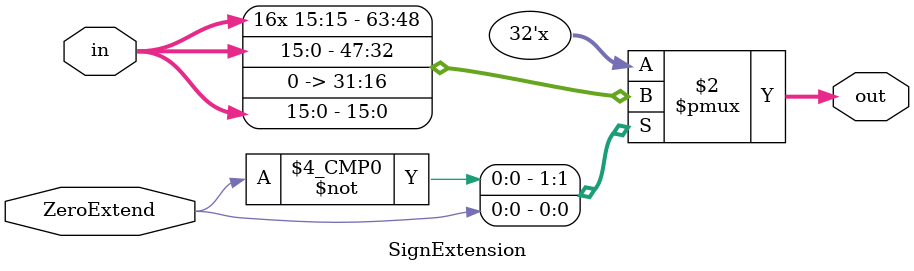
<source format=v>
`timescale 1ns / 1ps
module SignExtension(in, ZeroExtend, out);

    /* A 16-Bit input word */
    input [15:0] in;
    input ZeroExtend;
    
    /* A 32-Bit output word */
    output reg [31:0] out;
    
    /* Fill in the implementation here ... */
    
    always @(in, ZeroExtend) begin
        case(ZeroExtend)
            1'b0: begin
                out <= {{16{in[15]}}, in[15:0]};
            end
            1'b1: begin
                out <= {{16{1'b0}}, in[15:0]};
            end
        endcase
    end

endmodule

</source>
